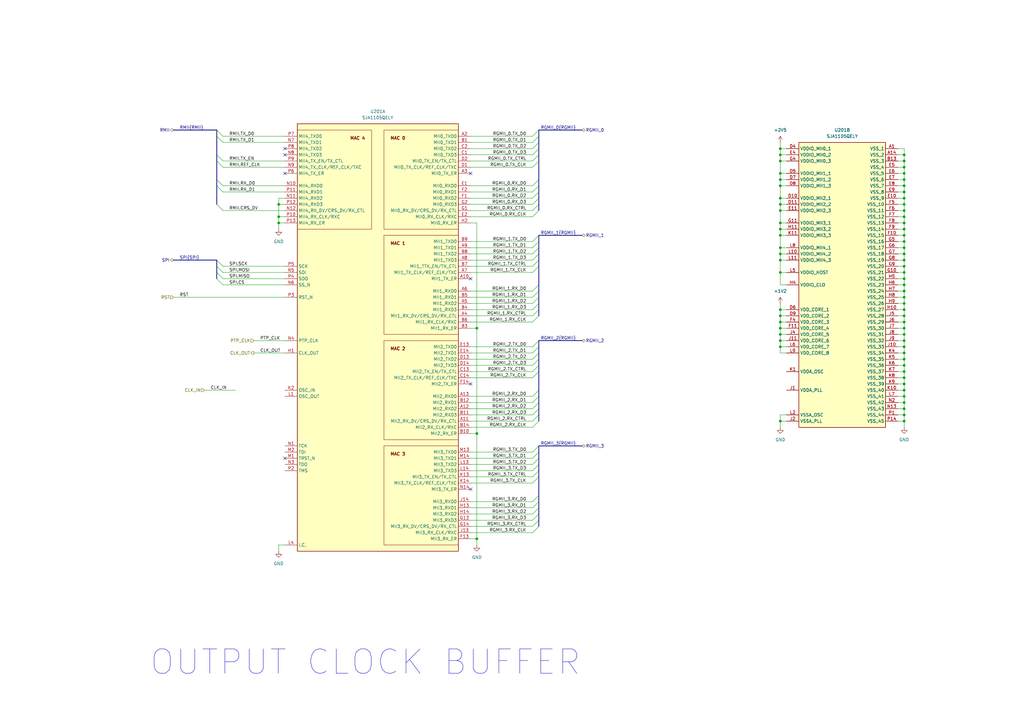
<source format=kicad_sch>
(kicad_sch (version 20231120) (generator "eeschema") (generator_version "8.0")
  (paper "A3")
  (title_block (date "2024-04-06") (rev "0.0.0"))
  (lib_symbols
    (symbol "SJA1105QELY:SJA1105QELY"
      (property "Reference" "U" (at 0 5.08 0))
      (property "Value" "SJA1105QELY" (at 0 2.54 0))
      (symbol "SJA1105QELY_1_1"
        (rectangle (start -33.02 -2.54) (end -2.54 -43.18))
        (rectangle (start -33.02 0) (end 33.02 -175.26) (stroke (width 0.254)) (fill (type background)))
        (rectangle (start 2.54 -132.08) (end 33.02 -172.72))
        (rectangle (start 2.54 -88.9) (end 33.02 -129.54))
        (rectangle (start 2.54 -45.72) (end 33.02 -86.36))
        (rectangle (start 2.54 -2.54) (end 33.02 -43.18))
        (text "MAC 0" (at 5.08 -5.08 0) (effects (font (size 1.27 1.27) (bold yes)) (justify left top)))
        (text "MAC 1" (at 5.08 -48.26 0) (effects (font (size 1.27 1.27) (bold yes)) (justify left top)))
        (text "MAC 2" (at 5.08 -91.44 0) (effects (font (size 1.27 1.27) (bold yes)) (justify left top)))
        (text "MAC 3" (at 5.08 -134.62 0) (effects (font (size 1.27 1.27) (bold yes)) (justify left top)))
        (text "MAC 4" (at -5.08 -5.08 0) (effects (font (size 1.27 1.27) (bold yes)) (justify right top)))
        (pin passive line (at 38.1 -63.5 180) (length 5.08) (name "MII1_TX_ER") (number "A10"))
        (pin passive line (at 38.1 -121.92 180) (length 5.08) (name "MII2_RX_DV/CRS_DV/RX_CTL") (number "A11"))
        (pin passive line (at 38.1 -116.84 180) (length 5.08) (name "MII2_RXD2") (number "A12"))
        (pin passive line (at 38.1 -111.76 180) (length 5.08) (name "MII2_RXD0") (number "A13"))
        (pin passive line (at 38.1 -5.08 180) (length 5.08) (name "MII0_TXD0") (number "A2"))
        (pin passive line (at 38.1 -20.32 180) (length 5.08) (name "MII0_TX_ER") (number "A3"))
        (pin passive line (at 38.1 -78.74 180) (length 5.08) (name "MII1_RX_DV/CRS_DV/RX_CTL") (number "A4"))
        (pin passive line (at 38.1 -73.66 180) (length 5.08) (name "MII1_RXD2") (number "A5"))
        (pin passive line (at 38.1 -68.58 180) (length 5.08) (name "MII1_RXD0") (number "A6"))
        (pin passive line (at 38.1 -60.96 180) (length 5.08) (name "MII1_TX_CLK/REF_CLK/TXC") (number "A7"))
        (pin passive line (at 38.1 -55.88 180) (length 5.08) (name "MII1_TXD3") (number "A8"))
        (pin passive line (at 38.1 -50.8 180) (length 5.08) (name "MII1_TXD1") (number "A9"))
        (pin passive line (at 38.1 -7.62 180) (length 5.08) (name "MII0_TXD1") (number "B1"))
        (pin passive line (at 38.1 -127 180) (length 5.08) (name "MII2_RX_ER") (number "B10"))
        (pin passive line (at 38.1 -119.38 180) (length 5.08) (name "MII2_RXD3") (number "B11"))
        (pin passive line (at 38.1 -114.3 180) (length 5.08) (name "MII2_RXD1") (number "B12"))
        (pin passive line (at 38.1 -124.46 180) (length 5.08) (name "MII2_RX_CLK/RXC") (number "B14"))
        (pin passive line (at 38.1 -83.82 180) (length 5.08) (name "MII1_RX_ER") (number "B3"))
        (pin passive line (at 38.1 -76.2 180) (length 5.08) (name "MII1_RXD3") (number "B4"))
        (pin passive line (at 38.1 -71.12 180) (length 5.08) (name "MII1_RXD1") (number "B5"))
        (pin passive line (at 38.1 -81.28 180) (length 5.08) (name "MII1_RX_CLK/RXC") (number "B6"))
        (pin passive line (at 38.1 -58.42 180) (length 5.08) (name "MII1_TTX_EN/TX_CTL") (number "B7"))
        (pin passive line (at 38.1 -53.34 180) (length 5.08) (name "MII1_TXD2") (number "B8"))
        (pin passive line (at 38.1 -48.26 180) (length 5.08) (name "MII1_TXD0") (number "B9"))
        (pin passive line (at 38.1 -12.7 180) (length 5.08) (name "MII0_TXD3") (number "C1"))
        (pin passive line (at 38.1 -101.6 180) (length 5.08) (name "MII2_TX_EN/TX_CTL") (number "C13"))
        (pin passive line (at 38.1 -104.14 180) (length 5.08) (name "MII2_TX_CLK/REF_CLK/TXC") (number "C14"))
        (pin passive line (at 38.1 -10.16 180) (length 5.08) (name "MII0_TXD2") (number "C2"))
        (pin passive line (at 38.1 -17.78 180) (length 5.08) (name "MII0_TX_CLK/REF_CLK/TXC") (number "D1"))
        (pin passive line (at 38.1 -96.52 180) (length 5.08) (name "MII2_TXD2") (number "D13"))
        (pin passive line (at 38.1 -99.06 180) (length 5.08) (name "MII2_TXD3") (number "D14"))
        (pin passive line (at 38.1 -15.24 180) (length 5.08) (name "MII0_TX_EN/TX_CTL") (number "D2"))
        (pin passive line (at 38.1 -25.4 180) (length 5.08) (name "MII0_RXD0") (number "E1"))
        (pin passive line (at 38.1 -91.44 180) (length 5.08) (name "MII2_TXD0") (number "E13"))
        (pin passive line (at 38.1 -93.98 180) (length 5.08) (name "MII2_TXD1") (number "E14"))
        (pin passive line (at 38.1 -38.1 180) (length 5.08) (name "MII0_RX_CLK/RXC") (number "E2"))
        (pin passive line (at 38.1 -30.48 180) (length 5.08) (name "MII0_RXD2") (number "F1"))
        (pin passive line (at 38.1 -170.18 180) (length 5.08) (name "MII3_RX_ER") (number "F13"))
        (pin passive line (at 38.1 -106.68 180) (length 5.08) (name "MII2_TX_ER") (number "F14"))
        (pin passive line (at 38.1 -27.94 180) (length 5.08) (name "MII0_RXD1") (number "F2"))
        (pin passive line (at 38.1 -35.56 180) (length 5.08) (name "MII0_RX_DV/CRS_DV/RX_CTL") (number "G1"))
        (pin passive line (at 38.1 -162.56 180) (length 5.08) (name "MII3_RXD3") (number "G13"))
        (pin passive line (at 38.1 -165.1 180) (length 5.08) (name "MII3_RX_DV/CRS_DV/RX_CTL") (number "G14"))
        (pin passive line (at 38.1 -33.02 180) (length 5.08) (name "MII0_RXD3") (number "G2"))
        (pin passive line (at -38.1 -93.98 0) (length 5.08) (name "CLK_OUT") (number "H1"))
        (pin passive line (at 38.1 -157.48 180) (length 5.08) (name "MII3_RXD1") (number "H13"))
        (pin passive line (at 38.1 -160.02 180) (length 5.08) (name "MII3_RXD2") (number "H14"))
        (pin passive line (at 38.1 -40.64 180) (length 5.08) (name "MII0_RX_ER") (number "H2"))
        (pin passive line (at 38.1 -167.64 180) (length 5.08) (name "MII3_RX_CLK/RXC") (number "J13"))
        (pin passive line (at 38.1 -154.94 180) (length 5.08) (name "MII3_RXD0") (number "J14"))
        (pin passive line (at 38.1 -144.78 180) (length 5.08) (name "MII3_TX_EN/TX_CTL") (number "K13"))
        (pin passive line (at 38.1 -147.32 180) (length 5.08) (name "MII3_TX_CLK/REF_CLK/TXC") (number "K14"))
        (pin passive line (at -38.1 -109.22 0) (length 5.08) (name "OSC_IN") (number "K2"))
        (pin passive line (at -38.1 -111.76 0) (length 5.08) (name "OSC_OUT") (number "L1"))
        (pin passive line (at 38.1 -139.7 180) (length 5.08) (name "MII3_TXD2") (number "L13"))
        (pin passive line (at 38.1 -142.24 180) (length 5.08) (name "MII3_TXD3") (number "L14"))
        (pin passive line (at -38.1 -172.72 0) (length 5.08) (name "I.C.") (number "L4"))
        (pin passive line (at -38.1 -137.16 0) (length 5.08) (name "TRST_N") (number "M1"))
        (pin passive line (at 38.1 -134.62 180) (length 5.08) (name "MII3_TXD0") (number "M13"))
        (pin passive line (at 38.1 -137.16 180) (length 5.08) (name "MII3_TXD1") (number "M14"))
        (pin passive line (at -38.1 -134.62 0) (length 5.08) (name "TDI") (number "M2"))
        (pin passive line (at -38.1 -132.08 0) (length 5.08) (name "TCK") (number "N1"))
        (pin passive line (at -38.1 -25.4 0) (length 5.08) (name "MII4_RXD0") (number "N10"))
        (pin passive line (at -38.1 -30.48 0) (length 5.08) (name "MII4_RXD2") (number "N11"))
        (pin passive line (at -38.1 -35.56 0) (length 5.08) (name "MII4_RX_DV/CRS_DV/RX_CTL") (number "N12"))
        (pin passive line (at 38.1 -149.86 180) (length 5.08) (name "MII3_TX_ER") (number "N14"))
        (pin passive line (at -38.1 -139.7 0) (length 5.08) (name "TDO") (number "N3"))
        (pin passive line (at -38.1 -88.9 0) (length 5.08) (name "PTP_CLK") (number "N4"))
        (pin passive line (at -38.1 -60.96 0) (length 5.08) (name "SDI") (number "N5"))
        (pin passive line (at -38.1 -66.04 0) (length 5.08) (name "SS_N") (number "N6"))
        (pin passive line (at -38.1 -7.62 0) (length 5.08) (name "MII4_TXD1") (number "N7"))
        (pin passive line (at -38.1 -12.7 0) (length 5.08) (name "MII4_TXD3") (number "N8"))
        (pin passive line (at -38.1 -17.78 0) (length 5.08) (name "MII4_TX_CLK/REF_CLK/TXC") (number "N9"))
        (pin passive line (at -38.1 -38.1 0) (length 5.08) (name "MII4_RX_CLK/RXC") (number "P10"))
        (pin passive line (at -38.1 -27.94 0) (length 5.08) (name "MII4_RXD1") (number "P11"))
        (pin passive line (at -38.1 -33.02 0) (length 5.08) (name "MII4_RXD3") (number "P12"))
        (pin passive line (at -38.1 -40.64 0) (length 5.08) (name "MII4_RX_ER") (number "P13"))
        (pin passive line (at -38.1 -142.24 0) (length 5.08) (name "TMS") (number "P2"))
        (pin passive line (at -38.1 -71.12 0) (length 5.08) (name "RST_N") (number "P3"))
        (pin passive line (at -38.1 -63.5 0) (length 5.08) (name "SDO") (number "P4"))
        (pin passive line (at -38.1 -58.42 0) (length 5.08) (name "SCK") (number "P5"))
        (pin passive line (at -38.1 -20.32 0) (length 5.08) (name "MII4_TX_ER") (number "P6"))
        (pin passive line (at -38.1 -5.08 0) (length 5.08) (name "MII4_TXD0") (number "P7"))
        (pin passive line (at -38.1 -10.16 0) (length 5.08) (name "MII4_TXD2") (number "P8"))
        (pin passive line (at -38.1 -15.24 0) (length 5.08) (name "MII4_TX_EN/TX_CTL") (number "P9"))
      )
      (symbol "SJA1105QELY_2_1"
        (rectangle (start -17.78 -2.54) (end 17.78 -119.38) (stroke (width 0.254)) (fill (type background)))
        (pin passive line (at 22.86 -5.08 180) (length 5.08) (name "VSS_1") (number "A1"))
        (pin passive line (at 22.86 -7.62 180) (length 5.08) (name "VSS_2") (number "A14"))
        (pin passive line (at 22.86 -10.16 180) (length 5.08) (name "VSS_3") (number "B13"))
        (pin passive line (at -22.86 -25.4 0) (length 5.08) (name "VDDIO_MII2_1") (number "D10"))
        (pin passive line (at -22.86 -27.94 0) (length 5.08) (name "VDDIO_MII2_2") (number "D11"))
        (pin passive line (at -22.86 -5.08 0) (length 5.08) (name "VDDIO_MII0_1") (number "D4"))
        (pin passive line (at -22.86 -15.24 0) (length 5.08) (name "VDDIO_MII1_1") (number "D5"))
        (pin passive line (at -22.86 -71.12 0) (length 5.08) (name "VDD_CORE_1") (number "D6"))
        (pin passive line (at -22.86 -17.78 0) (length 5.08) (name "VDDIO_MII1_2") (number "D7"))
        (pin passive line (at -22.86 -20.32 0) (length 5.08) (name "VDDIO_MII1_3") (number "D8"))
        (pin passive line (at -22.86 -73.66 0) (length 5.08) (name "VDD_CORE_2") (number "D9"))
        (pin passive line (at 22.86 -25.4 180) (length 5.08) (name "VSS_9") (number "E10"))
        (pin passive line (at -22.86 -30.48 0) (length 5.08) (name "VDDIO_MII2_3") (number "E11"))
        (pin passive line (at -22.86 -7.62 0) (length 5.08) (name "VDDIO_MII0_2") (number "E4"))
        (pin passive line (at 22.86 -12.7 180) (length 5.08) (name "VSS_4") (number "E5"))
        (pin passive line (at 22.86 -15.24 180) (length 5.08) (name "VSS_5") (number "E6"))
        (pin passive line (at 22.86 -17.78 180) (length 5.08) (name "VSS_6") (number "E7"))
        (pin passive line (at 22.86 -20.32 180) (length 5.08) (name "VSS_7") (number "E8"))
        (pin passive line (at 22.86 -22.86 180) (length 5.08) (name "VSS_8") (number "E9"))
        (pin passive line (at 22.86 -40.64 180) (length 5.08) (name "VSS_15") (number "F10"))
        (pin passive line (at -22.86 -78.74 0) (length 5.08) (name "VDD_CORE_4") (number "F11"))
        (pin passive line (at -22.86 -76.2 0) (length 5.08) (name "VDD_CORE_3") (number "F4"))
        (pin passive line (at 22.86 -27.94 180) (length 5.08) (name "VSS_10") (number "F5"))
        (pin passive line (at 22.86 -30.48 180) (length 5.08) (name "VSS_11") (number "F6"))
        (pin passive line (at 22.86 -33.02 180) (length 5.08) (name "VSS_12") (number "F7"))
        (pin passive line (at 22.86 -35.56 180) (length 5.08) (name "VSS_13") (number "F8"))
        (pin passive line (at 22.86 -38.1 180) (length 5.08) (name "VSS_14") (number "F9"))
        (pin passive line (at 22.86 -55.88 180) (length 5.08) (name "VSS_21") (number "G10"))
        (pin passive line (at -22.86 -35.56 0) (length 5.08) (name "VDDIO_MII3_1") (number "G11"))
        (pin passive line (at -22.86 -10.16 0) (length 5.08) (name "VDDIO_MII0_3") (number "G4"))
        (pin passive line (at 22.86 -43.18 180) (length 5.08) (name "VSS_16") (number "G5"))
        (pin passive line (at 22.86 -45.72 180) (length 5.08) (name "VSS_17") (number "G6"))
        (pin passive line (at 22.86 -48.26 180) (length 5.08) (name "VSS_18") (number "G7"))
        (pin passive line (at 22.86 -50.8 180) (length 5.08) (name "VSS_19") (number "G8"))
        (pin passive line (at 22.86 -53.34 180) (length 5.08) (name "VSS_20") (number "G9"))
        (pin passive line (at 22.86 -71.12 180) (length 5.08) (name "VSS_27") (number "H10"))
        (pin passive line (at -22.86 -38.1 0) (length 5.08) (name "VDDIO_MII3_2") (number "H11"))
        (pin passive line (at -22.86 -60.96 0) (length 5.08) (name "VDDIO_CLO") (number "H4"))
        (pin passive line (at 22.86 -58.42 180) (length 5.08) (name "VSS_22") (number "H5"))
        (pin passive line (at 22.86 -60.96 180) (length 5.08) (name "VSS_23") (number "H6"))
        (pin passive line (at 22.86 -63.5 180) (length 5.08) (name "VSS_24") (number "H7"))
        (pin passive line (at 22.86 -66.04 180) (length 5.08) (name "VSS_25") (number "H8"))
        (pin passive line (at 22.86 -68.58 180) (length 5.08) (name "VSS_26") (number "H9"))
        (pin passive line (at -22.86 -104.14 0) (length 5.08) (name "VDDA_PLL") (number "J1"))
        (pin passive line (at 22.86 -86.36 180) (length 5.08) (name "VSS_33") (number "J10"))
        (pin passive line (at -22.86 -83.82 0) (length 5.08) (name "VDD_CORE_6") (number "J11"))
        (pin passive line (at -22.86 -116.84 0) (length 5.08) (name "VSSA_PLL") (number "J2"))
        (pin passive line (at -22.86 -81.28 0) (length 5.08) (name "VDD_CORE_5") (number "J4"))
        (pin passive line (at 22.86 -73.66 180) (length 5.08) (name "VSS_28") (number "J5"))
        (pin passive line (at 22.86 -76.2 180) (length 5.08) (name "VSS_29") (number "J6"))
        (pin passive line (at 22.86 -78.74 180) (length 5.08) (name "VSS_30") (number "J7"))
        (pin passive line (at 22.86 -81.28 180) (length 5.08) (name "VSS_31") (number "J8"))
        (pin passive line (at 22.86 -83.82 180) (length 5.08) (name "VSS_32") (number "J9"))
        (pin passive line (at -22.86 -96.52 0) (length 5.08) (name "VDDA_OSC") (number "K1"))
        (pin passive line (at 22.86 -104.14 180) (length 5.08) (name "VSS_40") (number "K10"))
        (pin passive line (at -22.86 -40.64 0) (length 5.08) (name "VDDIO_MII3_3") (number "K11"))
        (pin passive line (at 22.86 -88.9 180) (length 5.08) (name "VSS_34") (number "K4"))
        (pin passive line (at 22.86 -91.44 180) (length 5.08) (name "VSS_35") (number "K5"))
        (pin passive line (at 22.86 -93.98 180) (length 5.08) (name "VSS_36") (number "K6"))
        (pin passive line (at 22.86 -96.52 180) (length 5.08) (name "VSS_37") (number "K7"))
        (pin passive line (at 22.86 -99.06 180) (length 5.08) (name "VSS_38") (number "K8"))
        (pin passive line (at 22.86 -101.6 180) (length 5.08) (name "VSS_39") (number "K9"))
        (pin passive line (at -22.86 -48.26 0) (length 5.08) (name "VDDIO_MII4_2") (number "L10"))
        (pin passive line (at -22.86 -50.8 0) (length 5.08) (name "VDDIO_MII4_3") (number "L11"))
        (pin passive line (at -22.86 -114.3 0) (length 5.08) (name "VSSA_OSC") (number "L2"))
        (pin passive line (at -22.86 -55.88 0) (length 5.08) (name "VDDIO_HOST") (number "L5"))
        (pin passive line (at -22.86 -86.36 0) (length 5.08) (name "VDD_CORE_7") (number "L6"))
        (pin passive line (at 22.86 -106.68 180) (length 5.08) (name "VSS_41") (number "L7"))
        (pin passive line (at -22.86 -45.72 0) (length 5.08) (name "VDDIO_MII4_1") (number "L8"))
        (pin passive line (at -22.86 -88.9 0) (length 5.08) (name "VDD_CORE_8") (number "L9"))
        (pin passive line (at 22.86 -111.76 180) (length 5.08) (name "VSS_43") (number "N13"))
        (pin passive line (at 22.86 -109.22 180) (length 5.08) (name "VSS_42") (number "N2"))
        (pin passive line (at 22.86 -114.3 180) (length 5.08) (name "VSS_44") (number "P1"))
        (pin passive line (at 22.86 -116.84 180) (length 5.08) (name "VSS_45") (number "P14"))
      )
    )
    (symbol "power:+1V2" (power) (pin_numbers hide) (pin_names (offset 0) hide)
      (property "Value" "+1V2" (at 0 3.556 0))
      (symbol "+1V2_0_1"
        (polyline (pts (xy -0.762 1.27) (xy 0 2.54)))
        (polyline (pts (xy 0 0) (xy 0 2.54)))
        (polyline (pts (xy 0 2.54) (xy 0.762 1.27)))
      )
      (symbol "+1V2_1_1"
        (pin power_in line (at 0 0 90) (length 0) (name "~") (number "1"))
      )
    )
    (symbol "power:+2V5" (power) (pin_numbers hide) (pin_names (offset 0) hide)
      (property "Value" "+2V5" (at 0 3.556 0))
      (symbol "+2V5_0_1"
        (polyline (pts (xy -0.762 1.27) (xy 0 2.54)))
        (polyline (pts (xy 0 0) (xy 0 2.54)))
        (polyline (pts (xy 0 2.54) (xy 0.762 1.27)))
      )
      (symbol "+2V5_1_1"
        (pin power_in line (at 0 0 90) (length 0) (name "~") (number "1"))
      )
    )
    (symbol "power:GND" (power) (pin_numbers hide) (pin_names (offset 0) hide)
      (property "Value" "GND" (at 0 -3.81 0))
      (symbol "GND_0_1"
        (polyline (pts (xy 0 0) (xy 0 -1.27) (xy 1.27 -1.27) (xy 0 -2.54) (xy -1.27 -1.27) (xy 0 -1.27)))
      )
      (symbol "GND_1_1"
        (pin power_in line (at 0 0 270) (length 0) (name "~") (number "1"))
      )
    )
  )
  (bus_alias "RMII" (members "REF_CLK" "TX_EN" "TX_D0" "TX_D1" "CRS_DV" "RX_D0" "RX_D1"))
  (junction (at 370.84 104.14))
  (junction (at 320.04 81.28))
  (junction (at 320.04 106.68))
  (junction (at 320.04 129.54))
  (junction (at 195.58 134.62))
  (junction (at 320.04 134.62))
  (junction (at 370.84 149.86))
  (junction (at 370.84 170.18))
  (junction (at 320.04 139.7))
  (junction (at 370.84 86.36))
  (junction (at 370.84 99.06))
  (junction (at 370.84 121.92))
  (junction (at 320.04 91.44))
  (junction (at 320.04 127))
  (junction (at 320.04 111.76))
  (junction (at 370.84 114.3))
  (junction (at 370.84 160.02))
  (junction (at 370.84 162.56))
  (junction (at 370.84 83.82))
  (junction (at 370.84 165.1))
  (junction (at 370.84 127))
  (junction (at 320.04 60.96))
  (junction (at 370.84 132.08))
  (junction (at 320.04 76.2))
  (junction (at 320.04 66.04))
  (junction (at 114.3 88.9))
  (junction (at 320.04 83.82))
  (junction (at 370.84 172.72))
  (junction (at 114.3 91.44))
  (junction (at 320.04 104.14))
  (junction (at 370.84 63.5))
  (junction (at 370.84 147.32))
  (junction (at 370.84 71.12))
  (junction (at 370.84 101.6))
  (junction (at 320.04 101.6))
  (junction (at 370.84 144.78))
  (junction (at 370.84 142.24))
  (junction (at 320.04 96.52))
  (junction (at 370.84 66.04))
  (junction (at 370.84 91.44))
  (junction (at 370.84 116.84))
  (junction (at 370.84 93.98))
  (junction (at 320.04 142.24))
  (junction (at 320.04 86.36))
  (junction (at 370.84 76.2))
  (junction (at 370.84 119.38))
  (junction (at 370.84 88.9))
  (junction (at 370.84 134.62))
  (junction (at 370.84 106.68))
  (junction (at 114.3 83.82))
  (junction (at 370.84 78.74))
  (junction (at 320.04 93.98))
  (junction (at 370.84 139.7))
  (junction (at 370.84 167.64))
  (junction (at 370.84 137.16))
  (junction (at 370.84 109.22))
  (junction (at 370.84 68.58))
  (junction (at 320.04 63.5))
  (junction (at 370.84 96.52))
  (junction (at 370.84 73.66))
  (junction (at 370.84 157.48))
  (junction (at 370.84 111.76))
  (junction (at 320.04 73.66))
  (junction (at 195.58 177.8))
  (junction (at 320.04 71.12))
  (junction (at 370.84 154.94))
  (junction (at 370.84 81.28))
  (junction (at 370.84 129.54))
  (junction (at 320.04 137.16))
  (junction (at 320.04 172.72))
  (junction (at 370.84 124.46))
  (junction (at 320.04 132.08))
  (junction (at 370.84 152.4))
  (junction (at 195.58 220.98))
  (no_connect (at 193.04 114.3))
  (no_connect (at 116.84 187.96))
  (no_connect (at 116.84 71.12))
  (no_connect (at 116.84 60.96))
  (no_connect (at 193.04 71.12))
  (no_connect (at 193.04 200.66))
  (no_connect (at 116.84 63.5))
  (no_connect (at 193.04 157.48))
  (bus_entry (at 220.98 215.9) (size -2.54 2.54))
  (bus_entry (at 88.9 114.3) (size 2.54 2.54))
  (bus_entry (at 220.98 58.42) (size -2.54 2.54))
  (bus_entry (at 220.98 81.28) (size -2.54 2.54))
  (bus_entry (at 220.98 167.64) (size -2.54 2.54))
  (bus_entry (at 220.98 162.56) (size -2.54 2.54))
  (bus_entry (at 220.98 63.5) (size -2.54 2.54))
  (bus_entry (at 220.98 127) (size -2.54 2.54))
  (bus_entry (at 220.98 149.86) (size -2.54 2.54))
  (bus_entry (at 220.98 185.42) (size -2.54 2.54))
  (bus_entry (at 220.98 96.52) (size -2.54 2.54))
  (bus_entry (at 220.98 193.04) (size -2.54 2.54))
  (bus_entry (at 220.98 205.74) (size -2.54 2.54))
  (bus_entry (at 220.98 190.5) (size -2.54 2.54))
  (bus_entry (at 88.9 53.34) (size 2.54 2.54))
  (bus_entry (at 88.9 55.88) (size 2.54 2.54))
  (bus_entry (at 220.98 142.24) (size -2.54 2.54))
  (bus_entry (at 220.98 73.66) (size -2.54 2.54))
  (bus_entry (at 220.98 182.88) (size -2.54 2.54))
  (bus_entry (at 220.98 76.2) (size -2.54 2.54))
  (bus_entry (at 88.9 76.2) (size 2.54 2.54))
  (bus_entry (at 88.9 109.22) (size 2.54 2.54))
  (bus_entry (at 220.98 144.78) (size -2.54 2.54))
  (bus_entry (at 220.98 121.92) (size -2.54 2.54))
  (bus_entry (at 220.98 78.74) (size -2.54 2.54))
  (bus_entry (at 88.9 106.68) (size 2.54 2.54))
  (bus_entry (at 220.98 187.96) (size -2.54 2.54))
  (bus_entry (at 220.98 208.28) (size -2.54 2.54))
  (bus_entry (at 220.98 116.84) (size -2.54 2.54))
  (bus_entry (at 220.98 165.1) (size -2.54 2.54))
  (bus_entry (at 220.98 104.14) (size -2.54 2.54))
  (bus_entry (at 220.98 60.96) (size -2.54 2.54))
  (bus_entry (at 220.98 106.68) (size -2.54 2.54))
  (bus_entry (at 220.98 109.22) (size -2.54 2.54))
  (bus_entry (at 220.98 83.82) (size -2.54 2.54))
  (bus_entry (at 220.98 86.36) (size -2.54 2.54))
  (bus_entry (at 88.9 83.82) (size 2.54 2.54))
  (bus_entry (at 220.98 53.34) (size -2.54 2.54))
  (bus_entry (at 220.98 213.36) (size -2.54 2.54))
  (bus_entry (at 220.98 195.58) (size -2.54 2.54))
  (bus_entry (at 88.9 66.04) (size 2.54 2.54))
  (bus_entry (at 220.98 147.32) (size -2.54 2.54))
  (bus_entry (at 88.9 73.66) (size 2.54 2.54))
  (bus_entry (at 220.98 172.72) (size -2.54 2.54))
  (bus_entry (at 220.98 99.06) (size -2.54 2.54))
  (bus_entry (at 220.98 66.04) (size -2.54 2.54))
  (bus_entry (at 220.98 124.46) (size -2.54 2.54))
  (bus_entry (at 220.98 101.6) (size -2.54 2.54))
  (bus_entry (at 220.98 170.18) (size -2.54 2.54))
  (bus_entry (at 220.98 55.88) (size -2.54 2.54))
  (bus_entry (at 88.9 63.5) (size 2.54 2.54))
  (bus_entry (at 88.9 111.76) (size 2.54 2.54))
  (bus_entry (at 220.98 129.54) (size -2.54 2.54))
  (bus_entry (at 220.98 160.02) (size -2.54 2.54))
  (bus_entry (at 220.98 203.2) (size -2.54 2.54))
  (bus_entry (at 220.98 152.4) (size -2.54 2.54))
  (bus_entry (at 220.98 210.82) (size -2.54 2.54))
  (bus_entry (at 220.98 139.7) (size -2.54 2.54))
  (bus_entry (at 220.98 119.38) (size -2.54 2.54))
  (bus (pts (xy 238.76 182.88) (xy 220.98 182.88)))
  (wire (pts (xy 320.04 93.98) (xy 322.58 93.98)))
  (wire (pts (xy 370.84 60.96) (xy 370.84 63.5)))
  (wire (pts (xy 218.44 195.58) (xy 193.04 195.58)))
  (bus (pts (xy 220.98 127) (xy 220.98 129.54)))
  (wire (pts (xy 320.04 172.72) (xy 320.04 175.26)))
  (bus (pts (xy 88.9 53.34) (xy 71.12 53.34)))
  (wire (pts (xy 370.84 93.98) (xy 368.3 93.98)))
  (wire (pts (xy 91.44 58.42) (xy 116.84 58.42)))
  (bus (pts (xy 220.98 76.2) (xy 220.98 78.74)))
  (bus (pts (xy 88.9 73.66) (xy 88.9 76.2)))
  (wire (pts (xy 218.44 152.4) (xy 193.04 152.4)))
  (wire (pts (xy 320.04 60.96) (xy 320.04 63.5)))
  (bus (pts (xy 88.9 66.04) (xy 88.9 73.66)))
  (wire (pts (xy 370.84 91.44) (xy 370.84 93.98)))
  (bus (pts (xy 220.98 193.04) (xy 220.98 195.58)))
  (bus (pts (xy 220.98 210.82) (xy 220.98 213.36)))
  (wire (pts (xy 320.04 129.54) (xy 322.58 129.54)))
  (bus (pts (xy 238.76 139.7) (xy 220.98 139.7)))
  (bus (pts (xy 220.98 170.18) (xy 220.98 172.72)))
  (wire (pts (xy 218.44 60.96) (xy 193.04 60.96)))
  (wire (pts (xy 370.84 99.06) (xy 368.3 99.06)))
  (wire (pts (xy 370.84 88.9) (xy 370.84 91.44)))
  (bus (pts (xy 220.98 55.88) (xy 220.98 58.42)))
  (wire (pts (xy 370.84 121.92) (xy 370.84 124.46)))
  (wire (pts (xy 83.82 160.02) (xy 96.52 160.02)))
  (wire (pts (xy 195.58 177.8) (xy 195.58 220.98)))
  (wire (pts (xy 370.84 121.92) (xy 368.3 121.92)))
  (wire (pts (xy 370.84 124.46) (xy 368.3 124.46)))
  (wire (pts (xy 370.84 86.36) (xy 368.3 86.36)))
  (wire (pts (xy 218.44 193.04) (xy 193.04 193.04)))
  (wire (pts (xy 320.04 76.2) (xy 322.58 76.2)))
  (bus (pts (xy 220.98 190.5) (xy 220.98 193.04)))
  (bus (pts (xy 220.98 119.38) (xy 220.98 121.92)))
  (wire (pts (xy 218.44 147.32) (xy 193.04 147.32)))
  (bus (pts (xy 88.9 106.68) (xy 88.9 109.22)))
  (wire (pts (xy 370.84 88.9) (xy 368.3 88.9)))
  (wire (pts (xy 370.84 165.1) (xy 368.3 165.1)))
  (wire (pts (xy 370.84 152.4) (xy 370.84 154.94)))
  (wire (pts (xy 320.04 63.5) (xy 320.04 66.04)))
  (wire (pts (xy 114.3 91.44) (xy 114.3 93.98)))
  (wire (pts (xy 218.44 190.5) (xy 193.04 190.5)))
  (wire (pts (xy 370.84 132.08) (xy 370.84 134.62)))
  (wire (pts (xy 320.04 124.46) (xy 320.04 127)))
  (wire (pts (xy 114.3 83.82) (xy 114.3 88.9)))
  (wire (pts (xy 91.44 76.2) (xy 116.84 76.2)))
  (bus (pts (xy 220.98 81.28) (xy 220.98 83.82)))
  (bus (pts (xy 220.98 167.64) (xy 220.98 170.18)))
  (wire (pts (xy 370.84 129.54) (xy 370.84 132.08)))
  (wire (pts (xy 320.04 83.82) (xy 320.04 86.36)))
  (bus (pts (xy 220.98 142.24) (xy 220.98 144.78)))
  (bus (pts (xy 88.9 76.2) (xy 88.9 83.82)))
  (bus (pts (xy 220.98 149.86) (xy 220.98 152.4)))
  (wire (pts (xy 320.04 142.24) (xy 320.04 144.78)))
  (bus (pts (xy 220.98 208.28) (xy 220.98 210.82)))
  (wire (pts (xy 370.84 137.16) (xy 370.84 139.7)))
  (wire (pts (xy 370.84 71.12) (xy 370.84 73.66)))
  (wire (pts (xy 218.44 63.5) (xy 193.04 63.5)))
  (bus (pts (xy 220.98 144.78) (xy 220.98 147.32)))
  (wire (pts (xy 91.44 109.22) (xy 116.84 109.22)))
  (wire (pts (xy 370.84 93.98) (xy 370.84 96.52)))
  (wire (pts (xy 218.44 208.28) (xy 193.04 208.28)))
  (wire (pts (xy 370.84 101.6) (xy 370.84 104.14)))
  (wire (pts (xy 370.84 165.1) (xy 370.84 167.64)))
  (wire (pts (xy 91.44 86.36) (xy 116.84 86.36)))
  (wire (pts (xy 320.04 111.76) (xy 320.04 116.84)))
  (wire (pts (xy 218.44 170.18) (xy 193.04 170.18)))
  (wire (pts (xy 218.44 58.42) (xy 193.04 58.42)))
  (wire (pts (xy 218.44 144.78) (xy 193.04 144.78)))
  (wire (pts (xy 370.84 119.38) (xy 368.3 119.38)))
  (wire (pts (xy 370.84 68.58) (xy 370.84 71.12)))
  (wire (pts (xy 320.04 83.82) (xy 322.58 83.82)))
  (wire (pts (xy 370.84 78.74) (xy 368.3 78.74)))
  (wire (pts (xy 320.04 106.68) (xy 322.58 106.68)))
  (wire (pts (xy 218.44 213.36) (xy 193.04 213.36)))
  (wire (pts (xy 218.44 149.86) (xy 193.04 149.86)))
  (wire (pts (xy 114.3 223.52) (xy 114.3 226.06)))
  (wire (pts (xy 370.84 124.46) (xy 370.84 127)))
  (wire (pts (xy 218.44 86.36) (xy 193.04 86.36)))
  (wire (pts (xy 193.04 198.12) (xy 218.44 198.12)))
  (wire (pts (xy 370.84 91.44) (xy 368.3 91.44)))
  (bus (pts (xy 220.98 66.04) (xy 220.98 73.66)))
  (wire (pts (xy 370.84 147.32) (xy 368.3 147.32)))
  (wire (pts (xy 370.84 109.22) (xy 368.3 109.22)))
  (wire (pts (xy 218.44 165.1) (xy 193.04 165.1)))
  (wire (pts (xy 320.04 93.98) (xy 320.04 96.52)))
  (wire (pts (xy 320.04 116.84) (xy 322.58 116.84)))
  (wire (pts (xy 370.84 81.28) (xy 368.3 81.28)))
  (wire (pts (xy 370.84 101.6) (xy 368.3 101.6)))
  (wire (pts (xy 320.04 81.28) (xy 322.58 81.28)))
  (wire (pts (xy 370.84 109.22) (xy 370.84 111.76)))
  (wire (pts (xy 320.04 142.24) (xy 322.58 142.24)))
  (wire (pts (xy 370.84 81.28) (xy 370.84 83.82)))
  (bus (pts (xy 220.98 213.36) (xy 220.98 215.9)))
  (wire (pts (xy 320.04 86.36) (xy 322.58 86.36)))
  (wire (pts (xy 370.84 116.84) (xy 368.3 116.84)))
  (wire (pts (xy 320.04 139.7) (xy 320.04 142.24)))
  (wire (pts (xy 370.84 66.04) (xy 368.3 66.04)))
  (wire (pts (xy 71.12 121.92) (xy 116.84 121.92)))
  (bus (pts (xy 220.98 53.34) (xy 220.98 55.88)))
  (wire (pts (xy 370.84 116.84) (xy 370.84 119.38)))
  (bus (pts (xy 220.98 78.74) (xy 220.98 81.28)))
  (wire (pts (xy 370.84 139.7) (xy 368.3 139.7)))
  (wire (pts (xy 370.84 154.94) (xy 368.3 154.94)))
  (wire (pts (xy 104.14 144.78) (xy 116.84 144.78)))
  (wire (pts (xy 370.84 63.5) (xy 368.3 63.5)))
  (wire (pts (xy 114.3 88.9) (xy 116.84 88.9)))
  (wire (pts (xy 218.44 210.82) (xy 193.04 210.82)))
  (wire (pts (xy 370.84 149.86) (xy 370.84 152.4)))
  (wire (pts (xy 320.04 58.42) (xy 320.04 60.96)))
  (bus (pts (xy 220.98 116.84) (xy 220.98 119.38)))
  (bus (pts (xy 88.9 111.76) (xy 88.9 114.3)))
  (wire (pts (xy 370.84 96.52) (xy 368.3 96.52)))
  (wire (pts (xy 370.84 137.16) (xy 368.3 137.16)))
  (bus (pts (xy 220.98 162.56) (xy 220.98 165.1)))
  (wire (pts (xy 370.84 139.7) (xy 370.84 142.24)))
  (wire (pts (xy 320.04 127) (xy 320.04 129.54)))
  (bus (pts (xy 238.76 96.52) (xy 220.98 96.52)))
  (wire (pts (xy 218.44 121.92) (xy 193.04 121.92)))
  (wire (pts (xy 320.04 144.78) (xy 322.58 144.78)))
  (wire (pts (xy 370.84 106.68) (xy 368.3 106.68)))
  (wire (pts (xy 320.04 134.62) (xy 320.04 137.16)))
  (wire (pts (xy 320.04 137.16) (xy 320.04 139.7)))
  (wire (pts (xy 114.3 81.28) (xy 114.3 83.82)))
  (wire (pts (xy 370.84 127) (xy 368.3 127)))
  (wire (pts (xy 320.04 86.36) (xy 320.04 91.44)))
  (bus (pts (xy 220.98 58.42) (xy 220.98 60.96)))
  (wire (pts (xy 320.04 101.6) (xy 320.04 104.14)))
  (wire (pts (xy 218.44 129.54) (xy 193.04 129.54)))
  (wire (pts (xy 218.44 218.44) (xy 193.04 218.44)))
  (wire (pts (xy 370.84 106.68) (xy 370.84 109.22)))
  (wire (pts (xy 370.84 104.14) (xy 370.84 106.68)))
  (wire (pts (xy 370.84 160.02) (xy 368.3 160.02)))
  (wire (pts (xy 370.84 114.3) (xy 370.84 116.84)))
  (wire (pts (xy 370.84 134.62) (xy 368.3 134.62)))
  (wire (pts (xy 218.44 106.68) (xy 193.04 106.68)))
  (wire (pts (xy 218.44 83.82) (xy 193.04 83.82)))
  (wire (pts (xy 114.3 83.82) (xy 116.84 83.82)))
  (wire (pts (xy 218.44 81.28) (xy 193.04 81.28)))
  (wire (pts (xy 320.04 91.44) (xy 320.04 93.98)))
  (wire (pts (xy 195.58 220.98) (xy 195.58 223.52)))
  (bus (pts (xy 220.98 203.2) (xy 220.98 205.74)))
  (bus (pts (xy 88.9 63.5) (xy 88.9 55.88)))
  (wire (pts (xy 370.84 144.78) (xy 368.3 144.78)))
  (bus (pts (xy 220.98 96.52) (xy 220.98 99.06)))
  (wire (pts (xy 370.84 73.66) (xy 370.84 76.2)))
  (wire (pts (xy 218.44 104.14) (xy 193.04 104.14)))
  (bus (pts (xy 220.98 139.7) (xy 220.98 142.24)))
  (wire (pts (xy 320.04 172.72) (xy 322.58 172.72)))
  (wire (pts (xy 218.44 55.88) (xy 193.04 55.88)))
  (wire (pts (xy 320.04 137.16) (xy 322.58 137.16)))
  (wire (pts (xy 320.04 76.2) (xy 320.04 81.28)))
  (bus (pts (xy 238.76 53.34) (xy 220.98 53.34)))
  (wire (pts (xy 320.04 111.76) (xy 320.04 106.68)))
  (wire (pts (xy 218.44 185.42) (xy 193.04 185.42)))
  (wire (pts (xy 114.3 88.9) (xy 114.3 91.44)))
  (bus (pts (xy 220.98 152.4) (xy 220.98 160.02)))
  (wire (pts (xy 320.04 63.5) (xy 322.58 63.5)))
  (wire (pts (xy 320.04 66.04) (xy 322.58 66.04)))
  (wire (pts (xy 320.04 104.14) (xy 320.04 106.68)))
  (wire (pts (xy 91.44 114.3) (xy 116.84 114.3)))
  (wire (pts (xy 320.04 139.7) (xy 322.58 139.7)))
  (wire (pts (xy 193.04 177.8) (xy 195.58 177.8)))
  (wire (pts (xy 218.44 78.74) (xy 193.04 78.74)))
  (bus (pts (xy 220.98 73.66) (xy 220.98 76.2)))
  (wire (pts (xy 320.04 170.18) (xy 320.04 172.72)))
  (wire (pts (xy 104.14 139.7) (xy 116.84 139.7)))
  (bus (pts (xy 220.98 147.32) (xy 220.98 149.86)))
  (bus (pts (xy 220.98 124.46) (xy 220.98 127)))
  (wire (pts (xy 91.44 78.74) (xy 116.84 78.74)))
  (wire (pts (xy 218.44 127) (xy 193.04 127)))
  (wire (pts (xy 218.44 119.38) (xy 193.04 119.38)))
  (wire (pts (xy 370.84 86.36) (xy 370.84 88.9)))
  (wire (pts (xy 195.58 134.62) (xy 195.58 177.8)))
  (wire (pts (xy 370.84 162.56) (xy 370.84 165.1)))
  (wire (pts (xy 114.3 91.44) (xy 116.84 91.44)))
  (wire (pts (xy 370.84 73.66) (xy 368.3 73.66)))
  (wire (pts (xy 114.3 223.52) (xy 116.84 223.52)))
  (wire (pts (xy 91.44 116.84) (xy 116.84 116.84)))
  (wire (pts (xy 322.58 127) (xy 320.04 127)))
  (wire (pts (xy 370.84 157.48) (xy 368.3 157.48)))
  (wire (pts (xy 91.44 66.04) (xy 116.84 66.04)))
  (wire (pts (xy 320.04 134.62) (xy 322.58 134.62)))
  (wire (pts (xy 91.44 55.88) (xy 116.84 55.88)))
  (wire (pts (xy 320.04 132.08) (xy 322.58 132.08)))
  (wire (pts (xy 322.58 111.76) (xy 320.04 111.76)))
  (bus (pts (xy 220.98 160.02) (xy 220.98 162.56)))
  (wire (pts (xy 320.04 73.66) (xy 322.58 73.66)))
  (bus (pts (xy 220.98 83.82) (xy 220.98 86.36)))
  (wire (pts (xy 370.84 78.74) (xy 370.84 81.28)))
  (wire (pts (xy 370.84 104.14) (xy 368.3 104.14)))
  (bus (pts (xy 220.98 165.1) (xy 220.98 167.64)))
  (wire (pts (xy 370.84 172.72) (xy 370.84 175.26)))
  (wire (pts (xy 370.84 149.86) (xy 368.3 149.86)))
  (wire (pts (xy 218.44 142.24) (xy 193.04 142.24)))
  (wire (pts (xy 370.84 111.76) (xy 370.84 114.3)))
  (wire (pts (xy 370.84 170.18) (xy 368.3 170.18)))
  (wire (pts (xy 91.44 68.58) (xy 116.84 68.58)))
  (bus (pts (xy 220.98 185.42) (xy 220.98 187.96)))
  (wire (pts (xy 218.44 167.64) (xy 193.04 167.64)))
  (wire (pts (xy 370.84 71.12) (xy 368.3 71.12)))
  (wire (pts (xy 370.84 152.4) (xy 368.3 152.4)))
  (wire (pts (xy 218.44 132.08) (xy 193.04 132.08)))
  (wire (pts (xy 370.84 83.82) (xy 368.3 83.82)))
  (wire (pts (xy 218.44 124.46) (xy 193.04 124.46)))
  (wire (pts (xy 370.84 99.06) (xy 370.84 101.6)))
  (wire (pts (xy 370.84 172.72) (xy 368.3 172.72)))
  (wire (pts (xy 370.84 144.78) (xy 370.84 147.32)))
  (wire (pts (xy 370.84 167.64) (xy 368.3 167.64)))
  (wire (pts (xy 218.44 172.72) (xy 193.04 172.72)))
  (wire (pts (xy 370.84 96.52) (xy 370.84 99.06)))
  (wire (pts (xy 195.58 91.44) (xy 195.58 134.62)))
  (bus (pts (xy 220.98 182.88) (xy 220.98 185.42)))
  (wire (pts (xy 218.44 109.22) (xy 193.04 109.22)))
  (wire (pts (xy 320.04 71.12) (xy 322.58 71.12)))
  (wire (pts (xy 370.84 142.24) (xy 368.3 142.24)))
  (wire (pts (xy 370.84 132.08) (xy 368.3 132.08)))
  (wire (pts (xy 320.04 101.6) (xy 322.58 101.6)))
  (wire (pts (xy 218.44 175.26) (xy 193.04 175.26)))
  (bus (pts (xy 220.98 101.6) (xy 220.98 104.14)))
  (bus (pts (xy 220.98 60.96) (xy 220.98 63.5)))
  (wire (pts (xy 370.84 157.48) (xy 370.84 160.02)))
  (bus (pts (xy 88.9 109.22) (xy 88.9 111.76)))
  (wire (pts (xy 370.84 83.82) (xy 370.84 86.36)))
  (wire (pts (xy 320.04 104.14) (xy 322.58 104.14)))
  (wire (pts (xy 370.84 134.62) (xy 370.84 137.16)))
  (wire (pts (xy 218.44 215.9) (xy 193.04 215.9)))
  (wire (pts (xy 320.04 132.08) (xy 320.04 134.62)))
  (wire (pts (xy 193.04 68.58) (xy 218.44 68.58)))
  (wire (pts (xy 322.58 170.18) (xy 320.04 170.18)))
  (wire (pts (xy 218.44 101.6) (xy 193.04 101.6)))
  (wire (pts (xy 218.44 88.9) (xy 193.04 88.9)))
  (wire (pts (xy 193.04 111.76) (xy 218.44 111.76)))
  (wire (pts (xy 218.44 66.04) (xy 193.04 66.04)))
  (wire (pts (xy 370.84 160.02) (xy 370.84 162.56)))
  (wire (pts (xy 320.04 96.52) (xy 322.58 96.52)))
  (bus (pts (xy 220.98 109.22) (xy 220.98 116.84)))
  (bus (pts (xy 71.12 106.68) (xy 88.9 106.68)))
  (wire (pts (xy 320.04 71.12) (xy 320.04 73.66)))
  (wire (pts (xy 114.3 81.28) (xy 116.84 81.28)))
  (bus (pts (xy 220.98 63.5) (xy 220.98 66.04)))
  (wire (pts (xy 370.84 170.18) (xy 370.84 172.72)))
  (wire (pts (xy 91.44 111.76) (xy 116.84 111.76)))
  (wire (pts (xy 218.44 162.56) (xy 193.04 162.56)))
  (wire (pts (xy 320.04 81.28) (xy 320.04 83.82)))
  (wire (pts (xy 370.84 154.94) (xy 370.84 157.48)))
  (bus (pts (xy 220.98 187.96) (xy 220.98 190.5)))
  (wire (pts (xy 320.04 66.04) (xy 320.04 71.12)))
  (wire (pts (xy 218.44 76.2) (xy 193.04 76.2)))
  (wire (pts (xy 370.84 167.64) (xy 370.84 170.18)))
  (wire (pts (xy 193.04 91.44) (xy 195.58 91.44)))
  (wire (pts (xy 218.44 205.74) (xy 193.04 205.74)))
  (wire (pts (xy 370.84 76.2) (xy 368.3 76.2)))
  (wire (pts (xy 370.84 147.32) (xy 370.84 149.86)))
  (wire (pts (xy 218.44 187.96) (xy 193.04 187.96)))
  (wire (pts (xy 320.04 73.66) (xy 320.04 76.2)))
  (wire (pts (xy 370.84 119.38) (xy 370.84 121.92)))
  (wire (pts (xy 218.44 99.06) (xy 193.04 99.06)))
  (wire (pts (xy 193.04 134.62) (xy 195.58 134.62)))
  (bus (pts (xy 220.98 104.14) (xy 220.98 106.68)))
  (wire (pts (xy 370.84 63.5) (xy 370.84 66.04)))
  (wire (pts (xy 370.84 111.76) (xy 368.3 111.76)))
  (wire (pts (xy 370.84 60.96) (xy 368.3 60.96)))
  (bus (pts (xy 220.98 106.68) (xy 220.98 109.22)))
  (wire (pts (xy 370.84 129.54) (xy 368.3 129.54)))
  (bus (pts (xy 220.98 121.92) (xy 220.98 124.46)))
  (wire (pts (xy 195.58 220.98) (xy 193.04 220.98)))
  (wire (pts (xy 370.84 114.3) (xy 368.3 114.3)))
  (wire (pts (xy 370.84 76.2) (xy 370.84 78.74)))
  (wire (pts (xy 193.04 154.94) (xy 218.44 154.94)))
  (bus (pts (xy 220.98 99.06) (xy 220.98 101.6)))
  (wire (pts (xy 320.04 129.54) (xy 320.04 132.08)))
  (wire (pts (xy 320.04 96.52) (xy 320.04 101.6)))
  (bus (pts (xy 220.98 195.58) (xy 220.98 203.2)))
  (wire (pts (xy 370.84 142.24) (xy 370.84 144.78)))
  (wire (pts (xy 370.84 66.04) (xy 370.84 68.58)))
  (bus (pts (xy 88.9 55.88) (xy 88.9 53.34)))
  (wire (pts (xy 370.84 162.56) (xy 368.3 162.56)))
  (wire (pts (xy 320.04 91.44) (xy 322.58 91.44)))
  (wire (pts (xy 320.04 60.96) (xy 322.58 60.96)))
  (wire (pts (xy 370.84 127) (xy 370.84 129.54)))
  (bus (pts (xy 88.9 63.5) (xy 88.9 66.04)))
  (wire (pts (xy 370.84 68.58) (xy 368.3 68.58)))
  (bus (pts (xy 220.98 205.74) (xy 220.98 208.28)))
  (text "OUTPUT CLOCK BUFFER" (at 149.86 271.78 0) (effects (font (size 10 10))))
  (label "RGMII_3.TX_D1" (at 215.9 187.96 180))
  (label "RGMII_0.RX_D2" (at 215.9 81.28 180))
  (label "RGMII_1.RX_D2" (at 215.9 124.46 180))
  (label "RGMII_0{RGMII}" (at 236.22 53.34 180))
  (label "RGMII_2.TX_D3" (at 215.9 149.86 180))
  (label "RGMII_2.TX_CLK" (at 215.9 154.94 180))
  (label "RGMII_0.RX_CLK" (at 215.9 88.9 180))
  (label "RGMII_3.RX_CLK" (at 215.9 218.44 180))
  (label "RGMII_0.TX_D1" (at 215.9 58.42 180))
  (label "CLK_OUT" (at 106.68 144.78 0))
  (label "RGMII_0.RX_CTRL" (at 215.9 86.36 180))
  (label "RMII.TX_EN" (at 93.98 66.04 0))
  (label "RGMII_0.TX_D2" (at 215.9 60.96 180))
  (label "RGMII_1.TX_CTRL" (at 215.9 109.22 180))
  (label "RGMII_0.RX_D1" (at 215.9 78.74 180))
  (label "RGMII_2{RGMII}" (at 236.22 139.7 180))
  (label "RGMII_2.RX_CTRL" (at 215.9 172.72 180))
  (label "RGMII_2.TX_CTRL" (at 215.9 152.4 180))
  (label "RGMII_2.TX_D1" (at 215.9 144.78 180))
  (label "RGMII_2.TX_D2" (at 215.9 147.32 180))
  (label "RGMII_1.RX_D0" (at 215.9 119.38 180))
  (label "RGMII_2.TX_D0" (at 215.9 142.24 180))
  (label "RGMII_3.TX_CLK" (at 215.9 198.12 180))
  (label "RGMII_2.RX_D0" (at 215.9 162.56 180))
  (label "RGMII_1.RX_D3" (at 215.9 127 180))
  (label "RST" (at 73.66 121.92 0))
  (label "RGMII_2.RX_D2" (at 215.9 167.64 180))
  (label "RMII.TX_D0" (at 93.98 55.88 0))
  (label "RGMII_0.TX_CTRL" (at 215.9 66.04 180))
  (label "RGMII_1{RGMII}" (at 236.22 96.52 180))
  (label "RGMII_0.TX_CLK" (at 215.9 68.58 180))
  (label "RGMII_0.TX_D3" (at 215.9 63.5 180))
  (label "RGMII_1.RX_CTRL" (at 215.9 129.54 180))
  (label "SPI.CS" (at 93.98 116.84 0))
  (label "SPI{SPI}" (at 73.66 106.68 0))
  (label "RGMII_2.RX_D1" (at 215.9 165.1 180))
  (label "RGMII_3.TX_D2" (at 215.9 190.5 180))
  (label "CLK_IN" (at 86.36 160.02 0))
  (label "RGMII_0.RX_D0" (at 215.9 76.2 180))
  (label "RMII{RMII}" (at 73.66 53.34 0))
  (label "RGMII_1.RX_CLK" (at 215.9 132.08 180))
  (label "RGMII_0.RX_D3" (at 215.9 83.82 180))
  (label "RGMII_1.TX_D2" (at 215.9 104.14 180))
  (label "RGMII_1.TX_D0" (at 215.9 99.06 180))
  (label "RGMII_0.TX_D0" (at 215.9 55.88 180))
  (label "RGMII_2.RX_D3" (at 215.9 170.18 180))
  (label "RMII.RX_D0" (at 93.98 76.2 0))
  (label "RMII.CRS_DV" (at 93.98 86.36 0))
  (label "RGMII_3.RX_D1" (at 215.9 208.28 180))
  (label "RGMII_3.RX_CTRL" (at 215.9 215.9 180))
  (label "RGMII_2.RX_CLK" (at 215.9 175.26 180))
  (label "RGMII_1.RX_D1" (at 215.9 121.92 180))
  (label "SPI.MISO" (at 93.98 114.3 0))
  (label "SPI.SCK" (at 93.98 109.22 0))
  (label "RGMII_1.TX_CLK" (at 215.9 111.76 180))
  (label "RGMII_3.TX_D3" (at 215.9 193.04 180))
  (label "RGMII_3.RX_D0" (at 215.9 205.74 180))
  (label "RGMII_3.TX_D0" (at 215.9 185.42 180))
  (label "RMII.REF_CLK" (at 93.98 68.58 0))
  (label "RMII.TX_D1" (at 93.98 58.42 0))
  (label "RGMII_3.TX_CTRL" (at 215.9 195.58 180))
  (label "SPI.MOSI" (at 93.98 111.76 0))
  (label "RGMII_3{RGMII}" (at 236.22 182.88 180))
  (label "RGMII_3.RX_D2" (at 215.9 210.82 180))
  (label "RGMII_1.TX_D3" (at 215.9 106.68 180))
  (label "RGMII_3.RX_D3" (at 215.9 213.36 180))
  (label "RGMII_1.TX_D1" (at 215.9 101.6 180))
  (label "RMII.RX_D1" (at 93.98 78.74 0))
  (label "PTP_CLK" (at 106.68 139.7 0))
  (hierarchical_label "RGMII_0" (shape bidirectional) (at 238.76 53.34 0))
  (hierarchical_label "CLK_OUT" (shape output) (at 104.14 144.78 180))
  (hierarchical_label "RGMII_3" (shape bidirectional) (at 238.76 182.88 0))
  (hierarchical_label "RGMII_1" (shape bidirectional) (at 238.76 96.52 0))
  (hierarchical_label "SPI" (shape bidirectional) (at 71.12 106.68 180))
  (hierarchical_label "CLK_IN" (shape input) (at 83.82 160.02 180))
  (hierarchical_label "RMII" (shape bidirectional) (at 71.12 53.34 180))
  (hierarchical_label "PTP_CLK" (shape input) (at 104.14 139.7 180))
  (hierarchical_label "RST" (shape input) (at 71.12 121.92 180))
  (hierarchical_label "RGMII_2" (shape bidirectional) (at 238.76 139.7 0))
  (symbol (lib_id "power:+1V2") (at 320.04 124.46 0) (unit 1)
    (property "Reference" "#PWR0206" (effects (hide yes)))
    (property "Value" "+1V2" (at 320.04 119.38 0))
    (property "Description" "Power symbol creates a global label with name \"+1V2\"" (effects (hide yes)))
  )
  (symbol (lib_id "power:GND") (at 320.04 175.26 0) (unit 1)
    (property "Reference" "#PWR0202" (effects (hide yes)))
    (property "Value" "GND" (at 320.04 180.34 0))
    (property "Description" "Power symbol creates a global label with name \"GND\" , ground" (effects (hide yes)))
  )
  (symbol (lib_id "power:GND") (at 370.84 175.26 0) (unit 1)
    (property "Reference" "#PWR0203" (effects (hide yes)))
    (property "Value" "GND" (at 370.84 180.34 0))
    (property "Description" "Power symbol creates a global label with name \"GND\" , ground" (effects (hide yes)))
  )
  (symbol (lib_id "SJA1105QELY:SJA1105QELY") (at 345.44 55.88 0) (unit 2)
    (property "Reference" "U201" (at 345.44 53.34 0))
    (property "Value" "SJA1105QELY" (at 345.44 55.88 0))
    (property "Footprint" "switch_footprints:BGA159C80P14X14_1200X1200X150" (effects (hide yes)))
    (property "Datasheet" "https://www.nxp.com/products/interfaces/ethernet-/automotive-ethernet-switches/sja1105pel-qel-rel-sel-series-ethernet-switches:SJA1105PQRS?tab=Documentation_Tab&linkline=Data%20Sheet&fpsp=1" (effects (hide yes)))
    (property "Description" "Ethernet ICs SWITCH ETHERNET" (effects (hide yes)))
    (property "Height" "1.5" (effects (hide yes)))
    (property "Mouser Part Number" "771-SJA1105QELY" (effects (hide yes)))
    (property "Mouser Price/Stock" "https://www.mouser.co.uk/ProductDetail/NXP-Semiconductors/SJA1105QELY?qs=f9yNj16SXrLZEGrvctWgig%3D%3D" (effects (hide yes)))
    (property "Manufacturer_Name" "NXP" (effects (hide yes)))
    (property "Manufacturer_Part_Number" "SJA1105QELY" (effects (hide yes)))
  )
  (symbol (lib_id "power:GND") (at 114.3 93.98 0) (unit 1)
    (property "Reference" "#PWR0204" (effects (hide yes)))
    (property "Value" "GND" (at 114.3 99.06 0))
    (property "Description" "Power symbol creates a global label with name \"GND\" , ground" (effects (hide yes)))
  )
  (symbol (lib_id "power:GND") (at 195.58 223.52 0) (mirror y) (unit 1)
    (property "Reference" "#PWR0205" (effects (hide yes)))
    (property "Value" "GND" (at 195.58 228.6 0))
    (property "Description" "Power symbol creates a global label with name \"GND\" , ground" (effects (hide yes)))
  )
  (symbol (lib_id "SJA1105QELY:SJA1105QELY") (at 154.94 50.8 0) (unit 1)
    (property "Reference" "U201" (at 154.94 45.72 0))
    (property "Value" "SJA1105QELY" (at 154.94 48.26 0))
    (property "Footprint" "switch_footprints:BGA159C80P14X14_1200X1200X150" (effects (hide yes)))
    (property "Datasheet" "https://www.nxp.com/products/interfaces/ethernet-/automotive-ethernet-switches/sja1105pel-qel-rel-sel-series-ethernet-switches:SJA1105PQRS?tab=Documentation_Tab&linkline=Data%20Sheet&fpsp=1" (effects (hide yes)))
    (property "Description" "Ethernet ICs SWITCH ETHERNET" (effects (hide yes)))
    (property "Height" "1.5" (effects (hide yes)))
    (property "Mouser Part Number" "771-SJA1105QELY" (effects (hide yes)))
    (property "Mouser Price/Stock" "https://www.mouser.co.uk/ProductDetail/NXP-Semiconductors/SJA1105QELY?qs=f9yNj16SXrLZEGrvctWgig%3D%3D" (effects (hide yes)))
    (property "Manufacturer_Name" "NXP" (effects (hide yes)))
    (property "Manufacturer_Part_Number" "SJA1105QELY" (effects (hide yes)))
  )
  (symbol (lib_id "power:+2V5") (at 320.04 58.42 0) (unit 1)
    (property "Reference" "#PWR0207" (effects (hide yes)))
    (property "Value" "+2V5" (at 320.04 53.34 0))
    (property "Description" "Power symbol creates a global label with name \"+2V5\"" (effects (hide yes)))
  )
  (symbol (lib_id "power:GND") (at 114.3 226.06 0) (unit 1)
    (property "Reference" "#PWR0201" (effects (hide yes)))
    (property "Value" "GND" (at 114.3 231.14 0))
    (property "Description" "Power symbol creates a global label with name \"GND\" , ground" (effects (hide yes)))
  )
)
</source>
